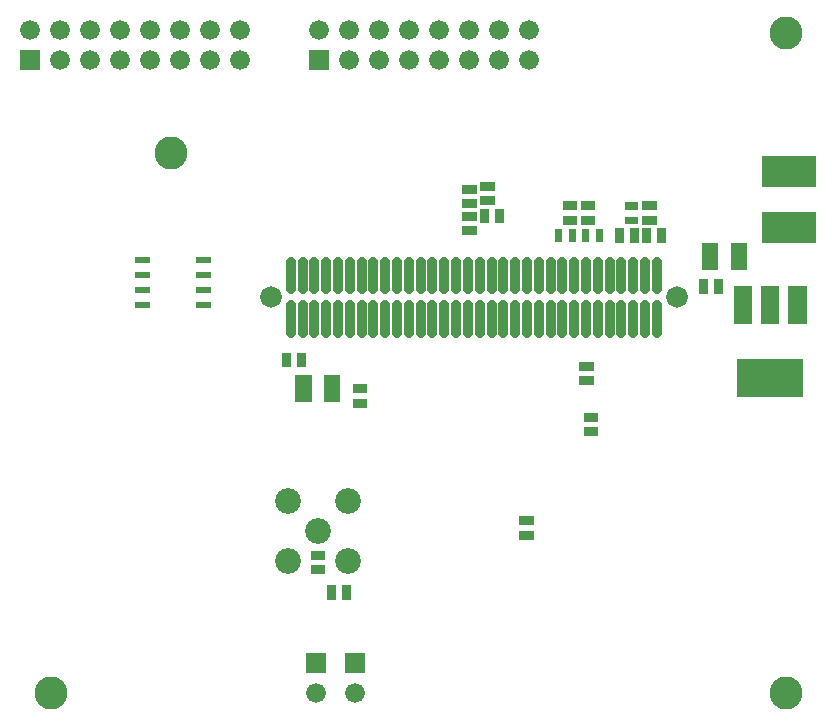
<source format=gbr>
G04 Title: RX Daughterboard, solder mask solder side *
G04 Creator: pcb-bin 1.99q *
G04 CreationDate: Mon Dec 12 23:54:21 2005 UTC *
G04 For: matt *
G04 Format: Gerber/RS-274X *
G04 PCB-Dimensions: 275000 250000 *
G04 PCB-Coordinate-Origin: lower left *
%MOIN*%
%FSLAX24Y24*%
%IPPOS*%
%ADD11C,0.0400*%
%ADD12C,0.0080*%
%ADD13C,0.0239*%
%ADD14C,0.0140*%
%ADD15C,0.0300*%
%ADD16C,0.0600*%
%ADD17C,0.0250*%
%ADD18C,0.0450*%
%ADD19C,0.0140*%
%ADD20C,0.0299*%
%ADD21C,0.0100*%
%ADD22C,0.0110*%
%ADD23C,0.0249*%
%ADD24R,0.0600X0.0600*%
%ADD25R,0.0660X0.0660*%
%ADD26R,0.0900X0.0900X0.0600X0.0600*%
%ADD27R,0.0900X0.0900*%
%ADD28C,0.0600*%
%ADD29C,0.0660*%
%ADD30C,0.0900X0.0600*%
%ADD31C,0.0900*%
%ADD32C,0.0200*%
%ADD33C,0.0080*%
%ADD34R,0.0240X0.0240*%
%ADD35R,0.0440X0.0440*%
%ADD36R,0.0300X0.0300*%
%ADD37C,0.0060*%
%ADD38C,0.0800*%
%ADD39C,0.0860*%
%ADD40C,0.1100X0.0800*%
%ADD41C,0.1100*%
%ADD42C,0.0110*%
%AMTHERM1*7,0,0,0.1100,0.0800,0.0110,45*%
%ADD43THERM1*%
%ADD44R,0.0970X0.0970*%
%ADD45R,0.1170X0.1170*%
%ADD46R,0.1030X0.1030*%
%ADD47R,0.0560X0.0560*%
%ADD48R,0.0860X0.0860*%
%ADD49R,0.0620X0.0620*%
%ADD50R,0.1220X0.1220*%
%ADD51R,0.1520X0.1520*%
%ADD52R,0.1280X0.1280*%
%ADD53R,0.0340X0.0340*%
%ADD54R,0.0640X0.0640*%
%ADD55R,0.0400X0.0400*%
%ADD56R,0.0540X0.0540*%
%ADD57R,0.0480X0.0480*%
%ADD58R,0.0680X0.0680*%
%ADD59R,0.0200X0.0200*%
%ADD60R,0.0500X0.0500*%
%AMTHERM2*7,0,0,0.0900,0.0600,0.0100,45*%
%ADD61THERM2*%
%ADD62R,0.0150X0.0150*%
%ADD63R,0.0450X0.0450*%
%ADD64R,0.0210X0.0210*%
%ADD65C,0.0410*%
%ADD66C,0.0170*%
%ADD67R,0.1610X0.1610*%
%ADD68R,0.1910X0.1910*%
%ADD69R,0.1670X0.1670*%
%ADD70C,0.0720*%
%ADD71C,0.0920X0.0720*%
%ADD72C,0.0920*%
%ADD73C,0.0240*%
%ADD74C,0.0340*%
%ADD75C,0.1320*%
%ADD76C,0.1520*%
%ADD77C,0.1520X0.1320*%
%ADD78C,0.0600*%
%ADD79C,0.0125*%
%AMTHERM3*7,0,0,0.0800,0.0600,0.0125,45*%
%ADD80THERM3*%
%ADD81C,0.0800*%
%ADD82C,0.0800X0.0600*%
%ADD83C,0.0350*%
%ADD84C,0.0100*%
%AMTHERM4*7,0,0,0.0510,0.0350,0.0100,45*%
%ADD85THERM4*%
%ADD86C,0.0510*%
%ADD87C,0.0510X0.0350*%
%ADD88C,0.0360*%
%ADD89C,0.0520*%
%ADD90C,0.0520X0.0360*%
%AMTHERM5*7,0,0,0.0799,0.0600,0.0125,45*%
%ADD91THERM5*%
%ADD92C,0.0799*%
%ADD93C,0.0799X0.0600*%
%ADD94C,0.0090*%
%AMTHERM6*7,0,0,0.0520,0.0360,0.0090,45*%
%ADD95THERM6*%
%ADD96C,0.0310*%
%ADD97C,0.0080*%
%AMTHERM7*7,0,0,0.0469,0.0310,0.0080,45*%
%ADD98THERM7*%
%ADD99C,0.0469*%
%ADD100C,0.0469X0.0310*%
%AMTHERM8*7,0,0,0.0510,0.0350,0.0100,45*%
%ADD101THERM8*%
%ADD102C,0.0510*%
%ADD103C,0.0510X0.0350*%
%LNGROUP_3*%
%LPD*%
G01X0Y0D02*
G54D36*X15960Y17910D02*X16140D01*
X15960Y18390D02*X16140D01*
X15360Y16910D02*X15540D01*
X15360Y17390D02*X15540D01*
X23260Y15140D02*Y14960D01*
X23740Y15140D02*Y14960D01*
X11710Y11160D02*X11890D01*
X11710Y11640D02*X11890D01*
G54D46*X25710Y17010D02*X26490D01*
X25710Y18890D02*X26490D01*
G54D49*X24570Y14770D02*Y14110D01*
X25470Y14770D02*Y14110D01*
X26380Y14770D02*Y14110D01*
G54D52*X25020Y12000D02*X25920D01*
G54D36*X17260Y6760D02*X17440D01*
X17260Y7240D02*X17440D01*
X9360Y12690D02*Y12510D01*
X9840Y12690D02*Y12510D01*
G54D56*X23470Y16230D02*Y15870D01*
X24430Y16230D02*Y15870D01*
G54D36*X19410Y10690D02*X19590D01*
X19410Y10210D02*X19590D01*
X15960Y17490D02*Y17310D01*
X16440Y17490D02*Y17310D01*
X19260Y11910D02*X19440D01*
X19260Y12390D02*X19440D01*
G54D59*X4410Y14450D02*X4690D01*
X4410Y14950D02*X4690D01*
X4410Y15450D02*X4690D01*
X4410Y15950D02*X4690D01*
X6450D02*X6730D01*
X6450Y15450D02*X6730D01*
X6450Y14950D02*X6730D01*
X6450Y14450D02*X6730D01*
G54D36*X20940Y16840D02*Y16660D01*
X20460Y16840D02*Y16660D01*
X21360Y17740D02*X21540D01*
X21360Y17260D02*X21540D01*
X21360Y16840D02*Y16660D01*
X21840Y16840D02*Y16660D01*
X15360Y18290D02*X15540D01*
X15360Y17810D02*X15540D01*
X18710Y17740D02*X18890D01*
X18710Y17260D02*X18890D01*
X11340Y4940D02*Y4760D01*
X10860Y4940D02*Y4760D01*
X10310Y5610D02*X10490D01*
X10310Y6090D02*X10490D01*
G54D56*X9920Y11830D02*Y11470D01*
X10880Y11830D02*Y11470D01*
G54D34*X19310Y16840D02*Y16660D01*
X19790Y16840D02*Y16660D01*
G54D74*X9499Y14428D02*Y13518D01*
X21704Y15881D02*Y14971D01*
X10286Y14428D02*Y13518D01*
X9893Y14428D02*Y13518D01*
X10680Y14428D02*Y13518D01*
X9499Y15881D02*Y14971D01*
X11074Y14428D02*Y13518D01*
X10286Y15881D02*Y14971D01*
X11467Y14428D02*Y13518D01*
X10680Y15881D02*Y14971D01*
X11861Y14428D02*Y13518D01*
X11074Y15881D02*Y14971D01*
X12255Y14428D02*Y13518D01*
X11467Y15881D02*Y14971D01*
X12648Y14428D02*Y13518D01*
X11861Y15881D02*Y14971D01*
X13042Y14428D02*Y13518D01*
X12255Y15881D02*Y14971D01*
X13436Y14428D02*Y13518D01*
X12648Y15881D02*Y14971D01*
X13042Y15881D02*Y14971D01*
X13436Y15881D02*Y14971D01*
X13830Y15881D02*Y14971D01*
X14223Y15881D02*Y14971D01*
X14617Y15881D02*Y14971D01*
X15011Y15881D02*Y14971D01*
X15404Y15881D02*Y14971D01*
X15798Y15881D02*Y14971D01*
X16192Y15881D02*Y14971D01*
X16585Y15881D02*Y14971D01*
X16979Y15881D02*Y14971D01*
X17373Y15881D02*Y14971D01*
X17767Y15881D02*Y14971D01*
X18160Y15881D02*Y14971D01*
X18554Y15881D02*Y14971D01*
X19341Y15881D02*Y14971D01*
X18948Y15881D02*Y14971D01*
X19735Y15881D02*Y14971D01*
X20129Y15881D02*Y14971D01*
X20522Y15881D02*Y14971D01*
X20916Y15881D02*Y14971D01*
X9893Y15881D02*Y14971D01*
X13830Y14428D02*Y13518D01*
X14223Y14428D02*Y13518D01*
X14617Y14428D02*Y13518D01*
X15011Y14428D02*Y13518D01*
X15404Y14428D02*Y13518D01*
X15798Y14428D02*Y13518D01*
X16192Y14428D02*Y13518D01*
X16585Y14428D02*Y13518D01*
X16979Y14428D02*Y13518D01*
X17373Y14428D02*Y13518D01*
X17767Y14428D02*Y13518D01*
X18160Y14428D02*Y13518D01*
X18554Y14428D02*Y13518D01*
X18948Y14428D02*Y13518D01*
X19341Y14428D02*Y13518D01*
X19735Y14428D02*Y13518D01*
X20129Y14428D02*Y13518D01*
X20522Y14428D02*Y13518D01*
X20916Y14428D02*Y13518D01*
X21310Y14428D02*Y13518D01*
X21704Y14428D02*Y13518D01*
X21310Y15881D02*Y14971D01*
G54D36*X19310Y17740D02*X19490D01*
X19310Y17260D02*X19490D01*
G54D34*X20760Y17740D02*X20940D01*
X20760Y17260D02*X20940D01*
X18890Y16840D02*Y16660D01*
X18410Y16840D02*Y16660D01*
G54D25*X11650Y2500D03*
G54D29*Y1500D03*
G54D39*X10400Y6900D03*
X11400Y7900D03*
Y5900D03*
X9400Y7900D03*
Y5900D03*
G54D25*X10450Y22600D03*
G54D29*Y23600D03*
X11450Y22600D03*
Y23600D03*
X12450Y22600D03*
Y23600D03*
X13450Y22600D03*
Y23600D03*
X14450Y22600D03*
Y23600D03*
X15450Y22600D03*
Y23600D03*
X16450Y22600D03*
Y23600D03*
X17450Y22600D03*
Y23600D03*
G54D70*X8830Y14700D03*
X22373D03*
G54D25*X800Y22600D03*
G54D29*Y23600D03*
X1800Y22600D03*
Y23600D03*
X2800Y22600D03*
Y23600D03*
X3800Y22600D03*
Y23600D03*
X4800Y22600D03*
Y23600D03*
X5800Y22600D03*
Y23600D03*
X6800Y22600D03*
Y23600D03*
X7800Y22600D03*
Y23600D03*
G54D25*X10350Y2500D03*
G54D29*Y1500D03*
G54D41*X1500D03*
X26000D03*
Y23500D03*
X5500Y19500D03*
M02*

</source>
